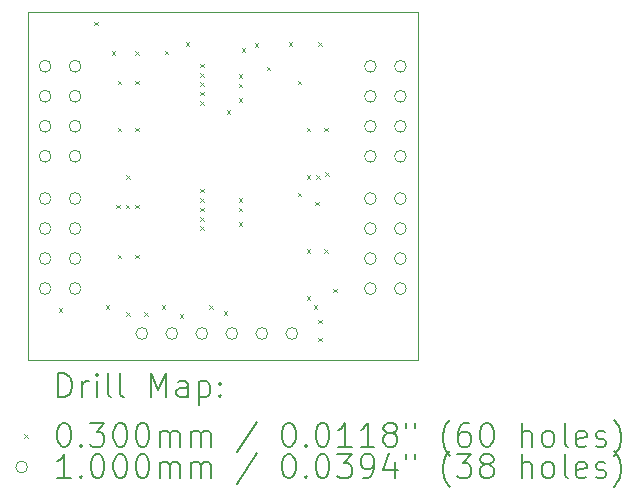
<source format=gbr>
%TF.GenerationSoftware,KiCad,Pcbnew,8.0.3-8.0.3-0~ubuntu22.04.1*%
%TF.CreationDate,2024-07-16T20:39:54+09:00*%
%TF.ProjectId,PCA9685_ver3,50434139-3638-4355-9f76-6572332e6b69,rev?*%
%TF.SameCoordinates,Original*%
%TF.FileFunction,Drillmap*%
%TF.FilePolarity,Positive*%
%FSLAX45Y45*%
G04 Gerber Fmt 4.5, Leading zero omitted, Abs format (unit mm)*
G04 Created by KiCad (PCBNEW 8.0.3-8.0.3-0~ubuntu22.04.1) date 2024-07-16 20:39:54*
%MOMM*%
%LPD*%
G01*
G04 APERTURE LIST*
%ADD10C,0.050000*%
%ADD11C,0.200000*%
%ADD12C,0.100000*%
G04 APERTURE END LIST*
D10*
X13125000Y-6300000D02*
X16425000Y-6300000D01*
X16425000Y-9250000D01*
X13125000Y-9250000D01*
X13125000Y-6300000D01*
D11*
D12*
X13385000Y-8810000D02*
X13415000Y-8840000D01*
X13415000Y-8810000D02*
X13385000Y-8840000D01*
X13685000Y-6385000D02*
X13715000Y-6415000D01*
X13715000Y-6385000D02*
X13685000Y-6415000D01*
X13785000Y-8785000D02*
X13815000Y-8815000D01*
X13815000Y-8785000D02*
X13785000Y-8815000D01*
X13835000Y-6635000D02*
X13865000Y-6665000D01*
X13865000Y-6635000D02*
X13835000Y-6665000D01*
X13874999Y-7935000D02*
X13904999Y-7965000D01*
X13904999Y-7935000D02*
X13874999Y-7965000D01*
X13885000Y-6885000D02*
X13915000Y-6915000D01*
X13915000Y-6885000D02*
X13885000Y-6915000D01*
X13885000Y-7285000D02*
X13915000Y-7315000D01*
X13915000Y-7285000D02*
X13885000Y-7315000D01*
X13885000Y-8360000D02*
X13915000Y-8390000D01*
X13915000Y-8360000D02*
X13885000Y-8390000D01*
X13955000Y-7935000D02*
X13985000Y-7965000D01*
X13985000Y-7935000D02*
X13955000Y-7965000D01*
X13960000Y-7685000D02*
X13990000Y-7715000D01*
X13990000Y-7685000D02*
X13960000Y-7715000D01*
X13960000Y-8845000D02*
X13990000Y-8875000D01*
X13990000Y-8845000D02*
X13960000Y-8875000D01*
X14035000Y-6635000D02*
X14065000Y-6665000D01*
X14065000Y-6635000D02*
X14035000Y-6665000D01*
X14035000Y-6885000D02*
X14065000Y-6915000D01*
X14065000Y-6885000D02*
X14035000Y-6915000D01*
X14035000Y-7285000D02*
X14065000Y-7315000D01*
X14065000Y-7285000D02*
X14035000Y-7315000D01*
X14035000Y-7935000D02*
X14065000Y-7965000D01*
X14065000Y-7935000D02*
X14035000Y-7965000D01*
X14035000Y-8360000D02*
X14065000Y-8390000D01*
X14065000Y-8360000D02*
X14035000Y-8390000D01*
X14110000Y-8845000D02*
X14140000Y-8875000D01*
X14140000Y-8845000D02*
X14110000Y-8875000D01*
X14260000Y-8785000D02*
X14290000Y-8815000D01*
X14290000Y-8785000D02*
X14260000Y-8815000D01*
X14285011Y-6632000D02*
X14315011Y-6662000D01*
X14315011Y-6632000D02*
X14285011Y-6662000D01*
X14410000Y-8860000D02*
X14440000Y-8890000D01*
X14440000Y-8860000D02*
X14410000Y-8890000D01*
X14460000Y-6560000D02*
X14490000Y-6590000D01*
X14490000Y-6560000D02*
X14460000Y-6590000D01*
X14584701Y-7799105D02*
X14614701Y-7829105D01*
X14614701Y-7799105D02*
X14584701Y-7829105D01*
X14584702Y-7879105D02*
X14614702Y-7909105D01*
X14614702Y-7879105D02*
X14584702Y-7909105D01*
X14584963Y-8039104D02*
X14614963Y-8069104D01*
X14614963Y-8039104D02*
X14584963Y-8069104D01*
X14585000Y-6739999D02*
X14615000Y-6769999D01*
X14615000Y-6739999D02*
X14585000Y-6769999D01*
X14585000Y-6819999D02*
X14615000Y-6849999D01*
X14615000Y-6819999D02*
X14585000Y-6849999D01*
X14585000Y-6899999D02*
X14615000Y-6929999D01*
X14615000Y-6899999D02*
X14585000Y-6929999D01*
X14585000Y-6980000D02*
X14615000Y-7010000D01*
X14615000Y-6980000D02*
X14585000Y-7010000D01*
X14585000Y-7060000D02*
X14615000Y-7090000D01*
X14615000Y-7060000D02*
X14585000Y-7090000D01*
X14585005Y-8119105D02*
X14615005Y-8149105D01*
X14615005Y-8119105D02*
X14585005Y-8149105D01*
X14585064Y-7959104D02*
X14615064Y-7989104D01*
X14615064Y-7959104D02*
X14585064Y-7989104D01*
X14660000Y-8785000D02*
X14690000Y-8815000D01*
X14690000Y-8785000D02*
X14660000Y-8815000D01*
X14785000Y-8835000D02*
X14815000Y-8865000D01*
X14815000Y-8835000D02*
X14785000Y-8865000D01*
X14810000Y-7135000D02*
X14840000Y-7165000D01*
X14840000Y-7135000D02*
X14810000Y-7165000D01*
X14910000Y-6830000D02*
X14940000Y-6860000D01*
X14940000Y-6830000D02*
X14910000Y-6860000D01*
X14910000Y-6910000D02*
X14940000Y-6940000D01*
X14940000Y-6910000D02*
X14910000Y-6940000D01*
X14910000Y-7035000D02*
X14940000Y-7065000D01*
X14940000Y-7035000D02*
X14910000Y-7065000D01*
X14910000Y-7880000D02*
X14940000Y-7910000D01*
X14940000Y-7880000D02*
X14910000Y-7910000D01*
X14910000Y-7960000D02*
X14940000Y-7990000D01*
X14940000Y-7960000D02*
X14910000Y-7990000D01*
X14910000Y-8085000D02*
X14940000Y-8115000D01*
X14940000Y-8085000D02*
X14910000Y-8115000D01*
X14935000Y-6610000D02*
X14965000Y-6640000D01*
X14965000Y-6610000D02*
X14935000Y-6640000D01*
X15044189Y-6569889D02*
X15074189Y-6599889D01*
X15074189Y-6569889D02*
X15044189Y-6599889D01*
X15146933Y-6768285D02*
X15176933Y-6798285D01*
X15176933Y-6768285D02*
X15146933Y-6798285D01*
X15335000Y-6560000D02*
X15365000Y-6590000D01*
X15365000Y-6560000D02*
X15335000Y-6590000D01*
X15410000Y-6885000D02*
X15440000Y-6915000D01*
X15440000Y-6885000D02*
X15410000Y-6915000D01*
X15410000Y-7835000D02*
X15440000Y-7865000D01*
X15440000Y-7835000D02*
X15410000Y-7865000D01*
X15485000Y-7285000D02*
X15515000Y-7315000D01*
X15515000Y-7285000D02*
X15485000Y-7315000D01*
X15485000Y-7685000D02*
X15515000Y-7715000D01*
X15515000Y-7685000D02*
X15485000Y-7715000D01*
X15485000Y-8310000D02*
X15515000Y-8340000D01*
X15515000Y-8310000D02*
X15485000Y-8340000D01*
X15485000Y-8710000D02*
X15515000Y-8740000D01*
X15515000Y-8710000D02*
X15485000Y-8740000D01*
X15545000Y-8785000D02*
X15575000Y-8815000D01*
X15575000Y-8785000D02*
X15545000Y-8815000D01*
X15560000Y-7910000D02*
X15590000Y-7940000D01*
X15590000Y-7910000D02*
X15560000Y-7940000D01*
X15565000Y-7685000D02*
X15595000Y-7715000D01*
X15595000Y-7685000D02*
X15565000Y-7715000D01*
X15585000Y-6560000D02*
X15615000Y-6590000D01*
X15615000Y-6560000D02*
X15585000Y-6590000D01*
X15585000Y-8910000D02*
X15615000Y-8940000D01*
X15615000Y-8910000D02*
X15585000Y-8940000D01*
X15585000Y-9060000D02*
X15615000Y-9090000D01*
X15615000Y-9060000D02*
X15585000Y-9090000D01*
X15635000Y-7285000D02*
X15665000Y-7315000D01*
X15665000Y-7285000D02*
X15635000Y-7315000D01*
X15635000Y-8310000D02*
X15665000Y-8340000D01*
X15665000Y-8310000D02*
X15635000Y-8340000D01*
X15640340Y-7658093D02*
X15670340Y-7688093D01*
X15670340Y-7658093D02*
X15640340Y-7688093D01*
X15710000Y-8645000D02*
X15740000Y-8675000D01*
X15740000Y-8645000D02*
X15710000Y-8675000D01*
X13321000Y-6763000D02*
G75*
G02*
X13221000Y-6763000I-50000J0D01*
G01*
X13221000Y-6763000D02*
G75*
G02*
X13321000Y-6763000I50000J0D01*
G01*
X13321000Y-7017000D02*
G75*
G02*
X13221000Y-7017000I-50000J0D01*
G01*
X13221000Y-7017000D02*
G75*
G02*
X13321000Y-7017000I50000J0D01*
G01*
X13321000Y-7271000D02*
G75*
G02*
X13221000Y-7271000I-50000J0D01*
G01*
X13221000Y-7271000D02*
G75*
G02*
X13321000Y-7271000I50000J0D01*
G01*
X13321000Y-7525000D02*
G75*
G02*
X13221000Y-7525000I-50000J0D01*
G01*
X13221000Y-7525000D02*
G75*
G02*
X13321000Y-7525000I50000J0D01*
G01*
X13321000Y-7883000D02*
G75*
G02*
X13221000Y-7883000I-50000J0D01*
G01*
X13221000Y-7883000D02*
G75*
G02*
X13321000Y-7883000I50000J0D01*
G01*
X13321000Y-8137000D02*
G75*
G02*
X13221000Y-8137000I-50000J0D01*
G01*
X13221000Y-8137000D02*
G75*
G02*
X13321000Y-8137000I50000J0D01*
G01*
X13321000Y-8391000D02*
G75*
G02*
X13221000Y-8391000I-50000J0D01*
G01*
X13221000Y-8391000D02*
G75*
G02*
X13321000Y-8391000I50000J0D01*
G01*
X13321000Y-8645000D02*
G75*
G02*
X13221000Y-8645000I-50000J0D01*
G01*
X13221000Y-8645000D02*
G75*
G02*
X13321000Y-8645000I50000J0D01*
G01*
X13575000Y-6763000D02*
G75*
G02*
X13475000Y-6763000I-50000J0D01*
G01*
X13475000Y-6763000D02*
G75*
G02*
X13575000Y-6763000I50000J0D01*
G01*
X13575000Y-7017000D02*
G75*
G02*
X13475000Y-7017000I-50000J0D01*
G01*
X13475000Y-7017000D02*
G75*
G02*
X13575000Y-7017000I50000J0D01*
G01*
X13575000Y-7271000D02*
G75*
G02*
X13475000Y-7271000I-50000J0D01*
G01*
X13475000Y-7271000D02*
G75*
G02*
X13575000Y-7271000I50000J0D01*
G01*
X13575000Y-7525000D02*
G75*
G02*
X13475000Y-7525000I-50000J0D01*
G01*
X13475000Y-7525000D02*
G75*
G02*
X13575000Y-7525000I50000J0D01*
G01*
X13575000Y-7883000D02*
G75*
G02*
X13475000Y-7883000I-50000J0D01*
G01*
X13475000Y-7883000D02*
G75*
G02*
X13575000Y-7883000I50000J0D01*
G01*
X13575000Y-8137000D02*
G75*
G02*
X13475000Y-8137000I-50000J0D01*
G01*
X13475000Y-8137000D02*
G75*
G02*
X13575000Y-8137000I50000J0D01*
G01*
X13575000Y-8391000D02*
G75*
G02*
X13475000Y-8391000I-50000J0D01*
G01*
X13475000Y-8391000D02*
G75*
G02*
X13575000Y-8391000I50000J0D01*
G01*
X13575000Y-8645000D02*
G75*
G02*
X13475000Y-8645000I-50000J0D01*
G01*
X13475000Y-8645000D02*
G75*
G02*
X13575000Y-8645000I50000J0D01*
G01*
X14140000Y-9025000D02*
G75*
G02*
X14040000Y-9025000I-50000J0D01*
G01*
X14040000Y-9025000D02*
G75*
G02*
X14140000Y-9025000I50000J0D01*
G01*
X14394000Y-9025000D02*
G75*
G02*
X14294000Y-9025000I-50000J0D01*
G01*
X14294000Y-9025000D02*
G75*
G02*
X14394000Y-9025000I50000J0D01*
G01*
X14648000Y-9025000D02*
G75*
G02*
X14548000Y-9025000I-50000J0D01*
G01*
X14548000Y-9025000D02*
G75*
G02*
X14648000Y-9025000I50000J0D01*
G01*
X14902000Y-9025000D02*
G75*
G02*
X14802000Y-9025000I-50000J0D01*
G01*
X14802000Y-9025000D02*
G75*
G02*
X14902000Y-9025000I50000J0D01*
G01*
X15156000Y-9025000D02*
G75*
G02*
X15056000Y-9025000I-50000J0D01*
G01*
X15056000Y-9025000D02*
G75*
G02*
X15156000Y-9025000I50000J0D01*
G01*
X15410000Y-9025000D02*
G75*
G02*
X15310000Y-9025000I-50000J0D01*
G01*
X15310000Y-9025000D02*
G75*
G02*
X15410000Y-9025000I50000J0D01*
G01*
X16075000Y-6763000D02*
G75*
G02*
X15975000Y-6763000I-50000J0D01*
G01*
X15975000Y-6763000D02*
G75*
G02*
X16075000Y-6763000I50000J0D01*
G01*
X16075000Y-7017000D02*
G75*
G02*
X15975000Y-7017000I-50000J0D01*
G01*
X15975000Y-7017000D02*
G75*
G02*
X16075000Y-7017000I50000J0D01*
G01*
X16075000Y-7271000D02*
G75*
G02*
X15975000Y-7271000I-50000J0D01*
G01*
X15975000Y-7271000D02*
G75*
G02*
X16075000Y-7271000I50000J0D01*
G01*
X16075000Y-7525000D02*
G75*
G02*
X15975000Y-7525000I-50000J0D01*
G01*
X15975000Y-7525000D02*
G75*
G02*
X16075000Y-7525000I50000J0D01*
G01*
X16075000Y-7883000D02*
G75*
G02*
X15975000Y-7883000I-50000J0D01*
G01*
X15975000Y-7883000D02*
G75*
G02*
X16075000Y-7883000I50000J0D01*
G01*
X16075000Y-8137000D02*
G75*
G02*
X15975000Y-8137000I-50000J0D01*
G01*
X15975000Y-8137000D02*
G75*
G02*
X16075000Y-8137000I50000J0D01*
G01*
X16075000Y-8391000D02*
G75*
G02*
X15975000Y-8391000I-50000J0D01*
G01*
X15975000Y-8391000D02*
G75*
G02*
X16075000Y-8391000I50000J0D01*
G01*
X16075000Y-8645000D02*
G75*
G02*
X15975000Y-8645000I-50000J0D01*
G01*
X15975000Y-8645000D02*
G75*
G02*
X16075000Y-8645000I50000J0D01*
G01*
X16329000Y-6763000D02*
G75*
G02*
X16229000Y-6763000I-50000J0D01*
G01*
X16229000Y-6763000D02*
G75*
G02*
X16329000Y-6763000I50000J0D01*
G01*
X16329000Y-7017000D02*
G75*
G02*
X16229000Y-7017000I-50000J0D01*
G01*
X16229000Y-7017000D02*
G75*
G02*
X16329000Y-7017000I50000J0D01*
G01*
X16329000Y-7271000D02*
G75*
G02*
X16229000Y-7271000I-50000J0D01*
G01*
X16229000Y-7271000D02*
G75*
G02*
X16329000Y-7271000I50000J0D01*
G01*
X16329000Y-7525000D02*
G75*
G02*
X16229000Y-7525000I-50000J0D01*
G01*
X16229000Y-7525000D02*
G75*
G02*
X16329000Y-7525000I50000J0D01*
G01*
X16329000Y-7883000D02*
G75*
G02*
X16229000Y-7883000I-50000J0D01*
G01*
X16229000Y-7883000D02*
G75*
G02*
X16329000Y-7883000I50000J0D01*
G01*
X16329000Y-8137000D02*
G75*
G02*
X16229000Y-8137000I-50000J0D01*
G01*
X16229000Y-8137000D02*
G75*
G02*
X16329000Y-8137000I50000J0D01*
G01*
X16329000Y-8391000D02*
G75*
G02*
X16229000Y-8391000I-50000J0D01*
G01*
X16229000Y-8391000D02*
G75*
G02*
X16329000Y-8391000I50000J0D01*
G01*
X16329000Y-8645000D02*
G75*
G02*
X16229000Y-8645000I-50000J0D01*
G01*
X16229000Y-8645000D02*
G75*
G02*
X16329000Y-8645000I50000J0D01*
G01*
D11*
X13383277Y-9563984D02*
X13383277Y-9363984D01*
X13383277Y-9363984D02*
X13430896Y-9363984D01*
X13430896Y-9363984D02*
X13459467Y-9373508D01*
X13459467Y-9373508D02*
X13478515Y-9392555D01*
X13478515Y-9392555D02*
X13488039Y-9411603D01*
X13488039Y-9411603D02*
X13497562Y-9449698D01*
X13497562Y-9449698D02*
X13497562Y-9478270D01*
X13497562Y-9478270D02*
X13488039Y-9516365D01*
X13488039Y-9516365D02*
X13478515Y-9535412D01*
X13478515Y-9535412D02*
X13459467Y-9554460D01*
X13459467Y-9554460D02*
X13430896Y-9563984D01*
X13430896Y-9563984D02*
X13383277Y-9563984D01*
X13583277Y-9563984D02*
X13583277Y-9430650D01*
X13583277Y-9468746D02*
X13592801Y-9449698D01*
X13592801Y-9449698D02*
X13602324Y-9440174D01*
X13602324Y-9440174D02*
X13621372Y-9430650D01*
X13621372Y-9430650D02*
X13640420Y-9430650D01*
X13707086Y-9563984D02*
X13707086Y-9430650D01*
X13707086Y-9363984D02*
X13697562Y-9373508D01*
X13697562Y-9373508D02*
X13707086Y-9383031D01*
X13707086Y-9383031D02*
X13716610Y-9373508D01*
X13716610Y-9373508D02*
X13707086Y-9363984D01*
X13707086Y-9363984D02*
X13707086Y-9383031D01*
X13830896Y-9563984D02*
X13811848Y-9554460D01*
X13811848Y-9554460D02*
X13802324Y-9535412D01*
X13802324Y-9535412D02*
X13802324Y-9363984D01*
X13935658Y-9563984D02*
X13916610Y-9554460D01*
X13916610Y-9554460D02*
X13907086Y-9535412D01*
X13907086Y-9535412D02*
X13907086Y-9363984D01*
X14164229Y-9563984D02*
X14164229Y-9363984D01*
X14164229Y-9363984D02*
X14230896Y-9506841D01*
X14230896Y-9506841D02*
X14297562Y-9363984D01*
X14297562Y-9363984D02*
X14297562Y-9563984D01*
X14478515Y-9563984D02*
X14478515Y-9459222D01*
X14478515Y-9459222D02*
X14468991Y-9440174D01*
X14468991Y-9440174D02*
X14449943Y-9430650D01*
X14449943Y-9430650D02*
X14411848Y-9430650D01*
X14411848Y-9430650D02*
X14392801Y-9440174D01*
X14478515Y-9554460D02*
X14459467Y-9563984D01*
X14459467Y-9563984D02*
X14411848Y-9563984D01*
X14411848Y-9563984D02*
X14392801Y-9554460D01*
X14392801Y-9554460D02*
X14383277Y-9535412D01*
X14383277Y-9535412D02*
X14383277Y-9516365D01*
X14383277Y-9516365D02*
X14392801Y-9497317D01*
X14392801Y-9497317D02*
X14411848Y-9487793D01*
X14411848Y-9487793D02*
X14459467Y-9487793D01*
X14459467Y-9487793D02*
X14478515Y-9478270D01*
X14573753Y-9430650D02*
X14573753Y-9630650D01*
X14573753Y-9440174D02*
X14592801Y-9430650D01*
X14592801Y-9430650D02*
X14630896Y-9430650D01*
X14630896Y-9430650D02*
X14649943Y-9440174D01*
X14649943Y-9440174D02*
X14659467Y-9449698D01*
X14659467Y-9449698D02*
X14668991Y-9468746D01*
X14668991Y-9468746D02*
X14668991Y-9525889D01*
X14668991Y-9525889D02*
X14659467Y-9544936D01*
X14659467Y-9544936D02*
X14649943Y-9554460D01*
X14649943Y-9554460D02*
X14630896Y-9563984D01*
X14630896Y-9563984D02*
X14592801Y-9563984D01*
X14592801Y-9563984D02*
X14573753Y-9554460D01*
X14754705Y-9544936D02*
X14764229Y-9554460D01*
X14764229Y-9554460D02*
X14754705Y-9563984D01*
X14754705Y-9563984D02*
X14745182Y-9554460D01*
X14745182Y-9554460D02*
X14754705Y-9544936D01*
X14754705Y-9544936D02*
X14754705Y-9563984D01*
X14754705Y-9440174D02*
X14764229Y-9449698D01*
X14764229Y-9449698D02*
X14754705Y-9459222D01*
X14754705Y-9459222D02*
X14745182Y-9449698D01*
X14745182Y-9449698D02*
X14754705Y-9440174D01*
X14754705Y-9440174D02*
X14754705Y-9459222D01*
D12*
X13092500Y-9877500D02*
X13122500Y-9907500D01*
X13122500Y-9877500D02*
X13092500Y-9907500D01*
D11*
X13421372Y-9783984D02*
X13440420Y-9783984D01*
X13440420Y-9783984D02*
X13459467Y-9793508D01*
X13459467Y-9793508D02*
X13468991Y-9803031D01*
X13468991Y-9803031D02*
X13478515Y-9822079D01*
X13478515Y-9822079D02*
X13488039Y-9860174D01*
X13488039Y-9860174D02*
X13488039Y-9907793D01*
X13488039Y-9907793D02*
X13478515Y-9945889D01*
X13478515Y-9945889D02*
X13468991Y-9964936D01*
X13468991Y-9964936D02*
X13459467Y-9974460D01*
X13459467Y-9974460D02*
X13440420Y-9983984D01*
X13440420Y-9983984D02*
X13421372Y-9983984D01*
X13421372Y-9983984D02*
X13402324Y-9974460D01*
X13402324Y-9974460D02*
X13392801Y-9964936D01*
X13392801Y-9964936D02*
X13383277Y-9945889D01*
X13383277Y-9945889D02*
X13373753Y-9907793D01*
X13373753Y-9907793D02*
X13373753Y-9860174D01*
X13373753Y-9860174D02*
X13383277Y-9822079D01*
X13383277Y-9822079D02*
X13392801Y-9803031D01*
X13392801Y-9803031D02*
X13402324Y-9793508D01*
X13402324Y-9793508D02*
X13421372Y-9783984D01*
X13573753Y-9964936D02*
X13583277Y-9974460D01*
X13583277Y-9974460D02*
X13573753Y-9983984D01*
X13573753Y-9983984D02*
X13564229Y-9974460D01*
X13564229Y-9974460D02*
X13573753Y-9964936D01*
X13573753Y-9964936D02*
X13573753Y-9983984D01*
X13649943Y-9783984D02*
X13773753Y-9783984D01*
X13773753Y-9783984D02*
X13707086Y-9860174D01*
X13707086Y-9860174D02*
X13735658Y-9860174D01*
X13735658Y-9860174D02*
X13754705Y-9869698D01*
X13754705Y-9869698D02*
X13764229Y-9879222D01*
X13764229Y-9879222D02*
X13773753Y-9898270D01*
X13773753Y-9898270D02*
X13773753Y-9945889D01*
X13773753Y-9945889D02*
X13764229Y-9964936D01*
X13764229Y-9964936D02*
X13754705Y-9974460D01*
X13754705Y-9974460D02*
X13735658Y-9983984D01*
X13735658Y-9983984D02*
X13678515Y-9983984D01*
X13678515Y-9983984D02*
X13659467Y-9974460D01*
X13659467Y-9974460D02*
X13649943Y-9964936D01*
X13897562Y-9783984D02*
X13916610Y-9783984D01*
X13916610Y-9783984D02*
X13935658Y-9793508D01*
X13935658Y-9793508D02*
X13945182Y-9803031D01*
X13945182Y-9803031D02*
X13954705Y-9822079D01*
X13954705Y-9822079D02*
X13964229Y-9860174D01*
X13964229Y-9860174D02*
X13964229Y-9907793D01*
X13964229Y-9907793D02*
X13954705Y-9945889D01*
X13954705Y-9945889D02*
X13945182Y-9964936D01*
X13945182Y-9964936D02*
X13935658Y-9974460D01*
X13935658Y-9974460D02*
X13916610Y-9983984D01*
X13916610Y-9983984D02*
X13897562Y-9983984D01*
X13897562Y-9983984D02*
X13878515Y-9974460D01*
X13878515Y-9974460D02*
X13868991Y-9964936D01*
X13868991Y-9964936D02*
X13859467Y-9945889D01*
X13859467Y-9945889D02*
X13849943Y-9907793D01*
X13849943Y-9907793D02*
X13849943Y-9860174D01*
X13849943Y-9860174D02*
X13859467Y-9822079D01*
X13859467Y-9822079D02*
X13868991Y-9803031D01*
X13868991Y-9803031D02*
X13878515Y-9793508D01*
X13878515Y-9793508D02*
X13897562Y-9783984D01*
X14088039Y-9783984D02*
X14107086Y-9783984D01*
X14107086Y-9783984D02*
X14126134Y-9793508D01*
X14126134Y-9793508D02*
X14135658Y-9803031D01*
X14135658Y-9803031D02*
X14145182Y-9822079D01*
X14145182Y-9822079D02*
X14154705Y-9860174D01*
X14154705Y-9860174D02*
X14154705Y-9907793D01*
X14154705Y-9907793D02*
X14145182Y-9945889D01*
X14145182Y-9945889D02*
X14135658Y-9964936D01*
X14135658Y-9964936D02*
X14126134Y-9974460D01*
X14126134Y-9974460D02*
X14107086Y-9983984D01*
X14107086Y-9983984D02*
X14088039Y-9983984D01*
X14088039Y-9983984D02*
X14068991Y-9974460D01*
X14068991Y-9974460D02*
X14059467Y-9964936D01*
X14059467Y-9964936D02*
X14049943Y-9945889D01*
X14049943Y-9945889D02*
X14040420Y-9907793D01*
X14040420Y-9907793D02*
X14040420Y-9860174D01*
X14040420Y-9860174D02*
X14049943Y-9822079D01*
X14049943Y-9822079D02*
X14059467Y-9803031D01*
X14059467Y-9803031D02*
X14068991Y-9793508D01*
X14068991Y-9793508D02*
X14088039Y-9783984D01*
X14240420Y-9983984D02*
X14240420Y-9850650D01*
X14240420Y-9869698D02*
X14249943Y-9860174D01*
X14249943Y-9860174D02*
X14268991Y-9850650D01*
X14268991Y-9850650D02*
X14297563Y-9850650D01*
X14297563Y-9850650D02*
X14316610Y-9860174D01*
X14316610Y-9860174D02*
X14326134Y-9879222D01*
X14326134Y-9879222D02*
X14326134Y-9983984D01*
X14326134Y-9879222D02*
X14335658Y-9860174D01*
X14335658Y-9860174D02*
X14354705Y-9850650D01*
X14354705Y-9850650D02*
X14383277Y-9850650D01*
X14383277Y-9850650D02*
X14402324Y-9860174D01*
X14402324Y-9860174D02*
X14411848Y-9879222D01*
X14411848Y-9879222D02*
X14411848Y-9983984D01*
X14507086Y-9983984D02*
X14507086Y-9850650D01*
X14507086Y-9869698D02*
X14516610Y-9860174D01*
X14516610Y-9860174D02*
X14535658Y-9850650D01*
X14535658Y-9850650D02*
X14564229Y-9850650D01*
X14564229Y-9850650D02*
X14583277Y-9860174D01*
X14583277Y-9860174D02*
X14592801Y-9879222D01*
X14592801Y-9879222D02*
X14592801Y-9983984D01*
X14592801Y-9879222D02*
X14602324Y-9860174D01*
X14602324Y-9860174D02*
X14621372Y-9850650D01*
X14621372Y-9850650D02*
X14649943Y-9850650D01*
X14649943Y-9850650D02*
X14668991Y-9860174D01*
X14668991Y-9860174D02*
X14678515Y-9879222D01*
X14678515Y-9879222D02*
X14678515Y-9983984D01*
X15068991Y-9774460D02*
X14897563Y-10031603D01*
X15326134Y-9783984D02*
X15345182Y-9783984D01*
X15345182Y-9783984D02*
X15364229Y-9793508D01*
X15364229Y-9793508D02*
X15373753Y-9803031D01*
X15373753Y-9803031D02*
X15383277Y-9822079D01*
X15383277Y-9822079D02*
X15392801Y-9860174D01*
X15392801Y-9860174D02*
X15392801Y-9907793D01*
X15392801Y-9907793D02*
X15383277Y-9945889D01*
X15383277Y-9945889D02*
X15373753Y-9964936D01*
X15373753Y-9964936D02*
X15364229Y-9974460D01*
X15364229Y-9974460D02*
X15345182Y-9983984D01*
X15345182Y-9983984D02*
X15326134Y-9983984D01*
X15326134Y-9983984D02*
X15307086Y-9974460D01*
X15307086Y-9974460D02*
X15297563Y-9964936D01*
X15297563Y-9964936D02*
X15288039Y-9945889D01*
X15288039Y-9945889D02*
X15278515Y-9907793D01*
X15278515Y-9907793D02*
X15278515Y-9860174D01*
X15278515Y-9860174D02*
X15288039Y-9822079D01*
X15288039Y-9822079D02*
X15297563Y-9803031D01*
X15297563Y-9803031D02*
X15307086Y-9793508D01*
X15307086Y-9793508D02*
X15326134Y-9783984D01*
X15478515Y-9964936D02*
X15488039Y-9974460D01*
X15488039Y-9974460D02*
X15478515Y-9983984D01*
X15478515Y-9983984D02*
X15468991Y-9974460D01*
X15468991Y-9974460D02*
X15478515Y-9964936D01*
X15478515Y-9964936D02*
X15478515Y-9983984D01*
X15611848Y-9783984D02*
X15630896Y-9783984D01*
X15630896Y-9783984D02*
X15649944Y-9793508D01*
X15649944Y-9793508D02*
X15659467Y-9803031D01*
X15659467Y-9803031D02*
X15668991Y-9822079D01*
X15668991Y-9822079D02*
X15678515Y-9860174D01*
X15678515Y-9860174D02*
X15678515Y-9907793D01*
X15678515Y-9907793D02*
X15668991Y-9945889D01*
X15668991Y-9945889D02*
X15659467Y-9964936D01*
X15659467Y-9964936D02*
X15649944Y-9974460D01*
X15649944Y-9974460D02*
X15630896Y-9983984D01*
X15630896Y-9983984D02*
X15611848Y-9983984D01*
X15611848Y-9983984D02*
X15592801Y-9974460D01*
X15592801Y-9974460D02*
X15583277Y-9964936D01*
X15583277Y-9964936D02*
X15573753Y-9945889D01*
X15573753Y-9945889D02*
X15564229Y-9907793D01*
X15564229Y-9907793D02*
X15564229Y-9860174D01*
X15564229Y-9860174D02*
X15573753Y-9822079D01*
X15573753Y-9822079D02*
X15583277Y-9803031D01*
X15583277Y-9803031D02*
X15592801Y-9793508D01*
X15592801Y-9793508D02*
X15611848Y-9783984D01*
X15868991Y-9983984D02*
X15754706Y-9983984D01*
X15811848Y-9983984D02*
X15811848Y-9783984D01*
X15811848Y-9783984D02*
X15792801Y-9812555D01*
X15792801Y-9812555D02*
X15773753Y-9831603D01*
X15773753Y-9831603D02*
X15754706Y-9841127D01*
X16059467Y-9983984D02*
X15945182Y-9983984D01*
X16002325Y-9983984D02*
X16002325Y-9783984D01*
X16002325Y-9783984D02*
X15983277Y-9812555D01*
X15983277Y-9812555D02*
X15964229Y-9831603D01*
X15964229Y-9831603D02*
X15945182Y-9841127D01*
X16173753Y-9869698D02*
X16154706Y-9860174D01*
X16154706Y-9860174D02*
X16145182Y-9850650D01*
X16145182Y-9850650D02*
X16135658Y-9831603D01*
X16135658Y-9831603D02*
X16135658Y-9822079D01*
X16135658Y-9822079D02*
X16145182Y-9803031D01*
X16145182Y-9803031D02*
X16154706Y-9793508D01*
X16154706Y-9793508D02*
X16173753Y-9783984D01*
X16173753Y-9783984D02*
X16211848Y-9783984D01*
X16211848Y-9783984D02*
X16230896Y-9793508D01*
X16230896Y-9793508D02*
X16240420Y-9803031D01*
X16240420Y-9803031D02*
X16249944Y-9822079D01*
X16249944Y-9822079D02*
X16249944Y-9831603D01*
X16249944Y-9831603D02*
X16240420Y-9850650D01*
X16240420Y-9850650D02*
X16230896Y-9860174D01*
X16230896Y-9860174D02*
X16211848Y-9869698D01*
X16211848Y-9869698D02*
X16173753Y-9869698D01*
X16173753Y-9869698D02*
X16154706Y-9879222D01*
X16154706Y-9879222D02*
X16145182Y-9888746D01*
X16145182Y-9888746D02*
X16135658Y-9907793D01*
X16135658Y-9907793D02*
X16135658Y-9945889D01*
X16135658Y-9945889D02*
X16145182Y-9964936D01*
X16145182Y-9964936D02*
X16154706Y-9974460D01*
X16154706Y-9974460D02*
X16173753Y-9983984D01*
X16173753Y-9983984D02*
X16211848Y-9983984D01*
X16211848Y-9983984D02*
X16230896Y-9974460D01*
X16230896Y-9974460D02*
X16240420Y-9964936D01*
X16240420Y-9964936D02*
X16249944Y-9945889D01*
X16249944Y-9945889D02*
X16249944Y-9907793D01*
X16249944Y-9907793D02*
X16240420Y-9888746D01*
X16240420Y-9888746D02*
X16230896Y-9879222D01*
X16230896Y-9879222D02*
X16211848Y-9869698D01*
X16326134Y-9783984D02*
X16326134Y-9822079D01*
X16402325Y-9783984D02*
X16402325Y-9822079D01*
X16697563Y-10060174D02*
X16688039Y-10050650D01*
X16688039Y-10050650D02*
X16668991Y-10022079D01*
X16668991Y-10022079D02*
X16659468Y-10003031D01*
X16659468Y-10003031D02*
X16649944Y-9974460D01*
X16649944Y-9974460D02*
X16640420Y-9926841D01*
X16640420Y-9926841D02*
X16640420Y-9888746D01*
X16640420Y-9888746D02*
X16649944Y-9841127D01*
X16649944Y-9841127D02*
X16659468Y-9812555D01*
X16659468Y-9812555D02*
X16668991Y-9793508D01*
X16668991Y-9793508D02*
X16688039Y-9764936D01*
X16688039Y-9764936D02*
X16697563Y-9755412D01*
X16859468Y-9783984D02*
X16821372Y-9783984D01*
X16821372Y-9783984D02*
X16802325Y-9793508D01*
X16802325Y-9793508D02*
X16792801Y-9803031D01*
X16792801Y-9803031D02*
X16773753Y-9831603D01*
X16773753Y-9831603D02*
X16764229Y-9869698D01*
X16764229Y-9869698D02*
X16764229Y-9945889D01*
X16764229Y-9945889D02*
X16773753Y-9964936D01*
X16773753Y-9964936D02*
X16783277Y-9974460D01*
X16783277Y-9974460D02*
X16802325Y-9983984D01*
X16802325Y-9983984D02*
X16840420Y-9983984D01*
X16840420Y-9983984D02*
X16859468Y-9974460D01*
X16859468Y-9974460D02*
X16868991Y-9964936D01*
X16868991Y-9964936D02*
X16878515Y-9945889D01*
X16878515Y-9945889D02*
X16878515Y-9898270D01*
X16878515Y-9898270D02*
X16868991Y-9879222D01*
X16868991Y-9879222D02*
X16859468Y-9869698D01*
X16859468Y-9869698D02*
X16840420Y-9860174D01*
X16840420Y-9860174D02*
X16802325Y-9860174D01*
X16802325Y-9860174D02*
X16783277Y-9869698D01*
X16783277Y-9869698D02*
X16773753Y-9879222D01*
X16773753Y-9879222D02*
X16764229Y-9898270D01*
X17002325Y-9783984D02*
X17021372Y-9783984D01*
X17021372Y-9783984D02*
X17040420Y-9793508D01*
X17040420Y-9793508D02*
X17049944Y-9803031D01*
X17049944Y-9803031D02*
X17059468Y-9822079D01*
X17059468Y-9822079D02*
X17068991Y-9860174D01*
X17068991Y-9860174D02*
X17068991Y-9907793D01*
X17068991Y-9907793D02*
X17059468Y-9945889D01*
X17059468Y-9945889D02*
X17049944Y-9964936D01*
X17049944Y-9964936D02*
X17040420Y-9974460D01*
X17040420Y-9974460D02*
X17021372Y-9983984D01*
X17021372Y-9983984D02*
X17002325Y-9983984D01*
X17002325Y-9983984D02*
X16983277Y-9974460D01*
X16983277Y-9974460D02*
X16973753Y-9964936D01*
X16973753Y-9964936D02*
X16964230Y-9945889D01*
X16964230Y-9945889D02*
X16954706Y-9907793D01*
X16954706Y-9907793D02*
X16954706Y-9860174D01*
X16954706Y-9860174D02*
X16964230Y-9822079D01*
X16964230Y-9822079D02*
X16973753Y-9803031D01*
X16973753Y-9803031D02*
X16983277Y-9793508D01*
X16983277Y-9793508D02*
X17002325Y-9783984D01*
X17307087Y-9983984D02*
X17307087Y-9783984D01*
X17392801Y-9983984D02*
X17392801Y-9879222D01*
X17392801Y-9879222D02*
X17383277Y-9860174D01*
X17383277Y-9860174D02*
X17364230Y-9850650D01*
X17364230Y-9850650D02*
X17335658Y-9850650D01*
X17335658Y-9850650D02*
X17316611Y-9860174D01*
X17316611Y-9860174D02*
X17307087Y-9869698D01*
X17516611Y-9983984D02*
X17497563Y-9974460D01*
X17497563Y-9974460D02*
X17488039Y-9964936D01*
X17488039Y-9964936D02*
X17478515Y-9945889D01*
X17478515Y-9945889D02*
X17478515Y-9888746D01*
X17478515Y-9888746D02*
X17488039Y-9869698D01*
X17488039Y-9869698D02*
X17497563Y-9860174D01*
X17497563Y-9860174D02*
X17516611Y-9850650D01*
X17516611Y-9850650D02*
X17545182Y-9850650D01*
X17545182Y-9850650D02*
X17564230Y-9860174D01*
X17564230Y-9860174D02*
X17573753Y-9869698D01*
X17573753Y-9869698D02*
X17583277Y-9888746D01*
X17583277Y-9888746D02*
X17583277Y-9945889D01*
X17583277Y-9945889D02*
X17573753Y-9964936D01*
X17573753Y-9964936D02*
X17564230Y-9974460D01*
X17564230Y-9974460D02*
X17545182Y-9983984D01*
X17545182Y-9983984D02*
X17516611Y-9983984D01*
X17697563Y-9983984D02*
X17678515Y-9974460D01*
X17678515Y-9974460D02*
X17668992Y-9955412D01*
X17668992Y-9955412D02*
X17668992Y-9783984D01*
X17849944Y-9974460D02*
X17830896Y-9983984D01*
X17830896Y-9983984D02*
X17792801Y-9983984D01*
X17792801Y-9983984D02*
X17773753Y-9974460D01*
X17773753Y-9974460D02*
X17764230Y-9955412D01*
X17764230Y-9955412D02*
X17764230Y-9879222D01*
X17764230Y-9879222D02*
X17773753Y-9860174D01*
X17773753Y-9860174D02*
X17792801Y-9850650D01*
X17792801Y-9850650D02*
X17830896Y-9850650D01*
X17830896Y-9850650D02*
X17849944Y-9860174D01*
X17849944Y-9860174D02*
X17859468Y-9879222D01*
X17859468Y-9879222D02*
X17859468Y-9898270D01*
X17859468Y-9898270D02*
X17764230Y-9917317D01*
X17935658Y-9974460D02*
X17954706Y-9983984D01*
X17954706Y-9983984D02*
X17992801Y-9983984D01*
X17992801Y-9983984D02*
X18011849Y-9974460D01*
X18011849Y-9974460D02*
X18021373Y-9955412D01*
X18021373Y-9955412D02*
X18021373Y-9945889D01*
X18021373Y-9945889D02*
X18011849Y-9926841D01*
X18011849Y-9926841D02*
X17992801Y-9917317D01*
X17992801Y-9917317D02*
X17964230Y-9917317D01*
X17964230Y-9917317D02*
X17945182Y-9907793D01*
X17945182Y-9907793D02*
X17935658Y-9888746D01*
X17935658Y-9888746D02*
X17935658Y-9879222D01*
X17935658Y-9879222D02*
X17945182Y-9860174D01*
X17945182Y-9860174D02*
X17964230Y-9850650D01*
X17964230Y-9850650D02*
X17992801Y-9850650D01*
X17992801Y-9850650D02*
X18011849Y-9860174D01*
X18088039Y-10060174D02*
X18097563Y-10050650D01*
X18097563Y-10050650D02*
X18116611Y-10022079D01*
X18116611Y-10022079D02*
X18126134Y-10003031D01*
X18126134Y-10003031D02*
X18135658Y-9974460D01*
X18135658Y-9974460D02*
X18145182Y-9926841D01*
X18145182Y-9926841D02*
X18145182Y-9888746D01*
X18145182Y-9888746D02*
X18135658Y-9841127D01*
X18135658Y-9841127D02*
X18126134Y-9812555D01*
X18126134Y-9812555D02*
X18116611Y-9793508D01*
X18116611Y-9793508D02*
X18097563Y-9764936D01*
X18097563Y-9764936D02*
X18088039Y-9755412D01*
D12*
X13122500Y-10156500D02*
G75*
G02*
X13022500Y-10156500I-50000J0D01*
G01*
X13022500Y-10156500D02*
G75*
G02*
X13122500Y-10156500I50000J0D01*
G01*
D11*
X13488039Y-10247984D02*
X13373753Y-10247984D01*
X13430896Y-10247984D02*
X13430896Y-10047984D01*
X13430896Y-10047984D02*
X13411848Y-10076555D01*
X13411848Y-10076555D02*
X13392801Y-10095603D01*
X13392801Y-10095603D02*
X13373753Y-10105127D01*
X13573753Y-10228936D02*
X13583277Y-10238460D01*
X13583277Y-10238460D02*
X13573753Y-10247984D01*
X13573753Y-10247984D02*
X13564229Y-10238460D01*
X13564229Y-10238460D02*
X13573753Y-10228936D01*
X13573753Y-10228936D02*
X13573753Y-10247984D01*
X13707086Y-10047984D02*
X13726134Y-10047984D01*
X13726134Y-10047984D02*
X13745182Y-10057508D01*
X13745182Y-10057508D02*
X13754705Y-10067031D01*
X13754705Y-10067031D02*
X13764229Y-10086079D01*
X13764229Y-10086079D02*
X13773753Y-10124174D01*
X13773753Y-10124174D02*
X13773753Y-10171793D01*
X13773753Y-10171793D02*
X13764229Y-10209889D01*
X13764229Y-10209889D02*
X13754705Y-10228936D01*
X13754705Y-10228936D02*
X13745182Y-10238460D01*
X13745182Y-10238460D02*
X13726134Y-10247984D01*
X13726134Y-10247984D02*
X13707086Y-10247984D01*
X13707086Y-10247984D02*
X13688039Y-10238460D01*
X13688039Y-10238460D02*
X13678515Y-10228936D01*
X13678515Y-10228936D02*
X13668991Y-10209889D01*
X13668991Y-10209889D02*
X13659467Y-10171793D01*
X13659467Y-10171793D02*
X13659467Y-10124174D01*
X13659467Y-10124174D02*
X13668991Y-10086079D01*
X13668991Y-10086079D02*
X13678515Y-10067031D01*
X13678515Y-10067031D02*
X13688039Y-10057508D01*
X13688039Y-10057508D02*
X13707086Y-10047984D01*
X13897562Y-10047984D02*
X13916610Y-10047984D01*
X13916610Y-10047984D02*
X13935658Y-10057508D01*
X13935658Y-10057508D02*
X13945182Y-10067031D01*
X13945182Y-10067031D02*
X13954705Y-10086079D01*
X13954705Y-10086079D02*
X13964229Y-10124174D01*
X13964229Y-10124174D02*
X13964229Y-10171793D01*
X13964229Y-10171793D02*
X13954705Y-10209889D01*
X13954705Y-10209889D02*
X13945182Y-10228936D01*
X13945182Y-10228936D02*
X13935658Y-10238460D01*
X13935658Y-10238460D02*
X13916610Y-10247984D01*
X13916610Y-10247984D02*
X13897562Y-10247984D01*
X13897562Y-10247984D02*
X13878515Y-10238460D01*
X13878515Y-10238460D02*
X13868991Y-10228936D01*
X13868991Y-10228936D02*
X13859467Y-10209889D01*
X13859467Y-10209889D02*
X13849943Y-10171793D01*
X13849943Y-10171793D02*
X13849943Y-10124174D01*
X13849943Y-10124174D02*
X13859467Y-10086079D01*
X13859467Y-10086079D02*
X13868991Y-10067031D01*
X13868991Y-10067031D02*
X13878515Y-10057508D01*
X13878515Y-10057508D02*
X13897562Y-10047984D01*
X14088039Y-10047984D02*
X14107086Y-10047984D01*
X14107086Y-10047984D02*
X14126134Y-10057508D01*
X14126134Y-10057508D02*
X14135658Y-10067031D01*
X14135658Y-10067031D02*
X14145182Y-10086079D01*
X14145182Y-10086079D02*
X14154705Y-10124174D01*
X14154705Y-10124174D02*
X14154705Y-10171793D01*
X14154705Y-10171793D02*
X14145182Y-10209889D01*
X14145182Y-10209889D02*
X14135658Y-10228936D01*
X14135658Y-10228936D02*
X14126134Y-10238460D01*
X14126134Y-10238460D02*
X14107086Y-10247984D01*
X14107086Y-10247984D02*
X14088039Y-10247984D01*
X14088039Y-10247984D02*
X14068991Y-10238460D01*
X14068991Y-10238460D02*
X14059467Y-10228936D01*
X14059467Y-10228936D02*
X14049943Y-10209889D01*
X14049943Y-10209889D02*
X14040420Y-10171793D01*
X14040420Y-10171793D02*
X14040420Y-10124174D01*
X14040420Y-10124174D02*
X14049943Y-10086079D01*
X14049943Y-10086079D02*
X14059467Y-10067031D01*
X14059467Y-10067031D02*
X14068991Y-10057508D01*
X14068991Y-10057508D02*
X14088039Y-10047984D01*
X14240420Y-10247984D02*
X14240420Y-10114650D01*
X14240420Y-10133698D02*
X14249943Y-10124174D01*
X14249943Y-10124174D02*
X14268991Y-10114650D01*
X14268991Y-10114650D02*
X14297563Y-10114650D01*
X14297563Y-10114650D02*
X14316610Y-10124174D01*
X14316610Y-10124174D02*
X14326134Y-10143222D01*
X14326134Y-10143222D02*
X14326134Y-10247984D01*
X14326134Y-10143222D02*
X14335658Y-10124174D01*
X14335658Y-10124174D02*
X14354705Y-10114650D01*
X14354705Y-10114650D02*
X14383277Y-10114650D01*
X14383277Y-10114650D02*
X14402324Y-10124174D01*
X14402324Y-10124174D02*
X14411848Y-10143222D01*
X14411848Y-10143222D02*
X14411848Y-10247984D01*
X14507086Y-10247984D02*
X14507086Y-10114650D01*
X14507086Y-10133698D02*
X14516610Y-10124174D01*
X14516610Y-10124174D02*
X14535658Y-10114650D01*
X14535658Y-10114650D02*
X14564229Y-10114650D01*
X14564229Y-10114650D02*
X14583277Y-10124174D01*
X14583277Y-10124174D02*
X14592801Y-10143222D01*
X14592801Y-10143222D02*
X14592801Y-10247984D01*
X14592801Y-10143222D02*
X14602324Y-10124174D01*
X14602324Y-10124174D02*
X14621372Y-10114650D01*
X14621372Y-10114650D02*
X14649943Y-10114650D01*
X14649943Y-10114650D02*
X14668991Y-10124174D01*
X14668991Y-10124174D02*
X14678515Y-10143222D01*
X14678515Y-10143222D02*
X14678515Y-10247984D01*
X15068991Y-10038460D02*
X14897563Y-10295603D01*
X15326134Y-10047984D02*
X15345182Y-10047984D01*
X15345182Y-10047984D02*
X15364229Y-10057508D01*
X15364229Y-10057508D02*
X15373753Y-10067031D01*
X15373753Y-10067031D02*
X15383277Y-10086079D01*
X15383277Y-10086079D02*
X15392801Y-10124174D01*
X15392801Y-10124174D02*
X15392801Y-10171793D01*
X15392801Y-10171793D02*
X15383277Y-10209889D01*
X15383277Y-10209889D02*
X15373753Y-10228936D01*
X15373753Y-10228936D02*
X15364229Y-10238460D01*
X15364229Y-10238460D02*
X15345182Y-10247984D01*
X15345182Y-10247984D02*
X15326134Y-10247984D01*
X15326134Y-10247984D02*
X15307086Y-10238460D01*
X15307086Y-10238460D02*
X15297563Y-10228936D01*
X15297563Y-10228936D02*
X15288039Y-10209889D01*
X15288039Y-10209889D02*
X15278515Y-10171793D01*
X15278515Y-10171793D02*
X15278515Y-10124174D01*
X15278515Y-10124174D02*
X15288039Y-10086079D01*
X15288039Y-10086079D02*
X15297563Y-10067031D01*
X15297563Y-10067031D02*
X15307086Y-10057508D01*
X15307086Y-10057508D02*
X15326134Y-10047984D01*
X15478515Y-10228936D02*
X15488039Y-10238460D01*
X15488039Y-10238460D02*
X15478515Y-10247984D01*
X15478515Y-10247984D02*
X15468991Y-10238460D01*
X15468991Y-10238460D02*
X15478515Y-10228936D01*
X15478515Y-10228936D02*
X15478515Y-10247984D01*
X15611848Y-10047984D02*
X15630896Y-10047984D01*
X15630896Y-10047984D02*
X15649944Y-10057508D01*
X15649944Y-10057508D02*
X15659467Y-10067031D01*
X15659467Y-10067031D02*
X15668991Y-10086079D01*
X15668991Y-10086079D02*
X15678515Y-10124174D01*
X15678515Y-10124174D02*
X15678515Y-10171793D01*
X15678515Y-10171793D02*
X15668991Y-10209889D01*
X15668991Y-10209889D02*
X15659467Y-10228936D01*
X15659467Y-10228936D02*
X15649944Y-10238460D01*
X15649944Y-10238460D02*
X15630896Y-10247984D01*
X15630896Y-10247984D02*
X15611848Y-10247984D01*
X15611848Y-10247984D02*
X15592801Y-10238460D01*
X15592801Y-10238460D02*
X15583277Y-10228936D01*
X15583277Y-10228936D02*
X15573753Y-10209889D01*
X15573753Y-10209889D02*
X15564229Y-10171793D01*
X15564229Y-10171793D02*
X15564229Y-10124174D01*
X15564229Y-10124174D02*
X15573753Y-10086079D01*
X15573753Y-10086079D02*
X15583277Y-10067031D01*
X15583277Y-10067031D02*
X15592801Y-10057508D01*
X15592801Y-10057508D02*
X15611848Y-10047984D01*
X15745182Y-10047984D02*
X15868991Y-10047984D01*
X15868991Y-10047984D02*
X15802325Y-10124174D01*
X15802325Y-10124174D02*
X15830896Y-10124174D01*
X15830896Y-10124174D02*
X15849944Y-10133698D01*
X15849944Y-10133698D02*
X15859467Y-10143222D01*
X15859467Y-10143222D02*
X15868991Y-10162270D01*
X15868991Y-10162270D02*
X15868991Y-10209889D01*
X15868991Y-10209889D02*
X15859467Y-10228936D01*
X15859467Y-10228936D02*
X15849944Y-10238460D01*
X15849944Y-10238460D02*
X15830896Y-10247984D01*
X15830896Y-10247984D02*
X15773753Y-10247984D01*
X15773753Y-10247984D02*
X15754706Y-10238460D01*
X15754706Y-10238460D02*
X15745182Y-10228936D01*
X15964229Y-10247984D02*
X16002325Y-10247984D01*
X16002325Y-10247984D02*
X16021372Y-10238460D01*
X16021372Y-10238460D02*
X16030896Y-10228936D01*
X16030896Y-10228936D02*
X16049944Y-10200365D01*
X16049944Y-10200365D02*
X16059467Y-10162270D01*
X16059467Y-10162270D02*
X16059467Y-10086079D01*
X16059467Y-10086079D02*
X16049944Y-10067031D01*
X16049944Y-10067031D02*
X16040420Y-10057508D01*
X16040420Y-10057508D02*
X16021372Y-10047984D01*
X16021372Y-10047984D02*
X15983277Y-10047984D01*
X15983277Y-10047984D02*
X15964229Y-10057508D01*
X15964229Y-10057508D02*
X15954706Y-10067031D01*
X15954706Y-10067031D02*
X15945182Y-10086079D01*
X15945182Y-10086079D02*
X15945182Y-10133698D01*
X15945182Y-10133698D02*
X15954706Y-10152746D01*
X15954706Y-10152746D02*
X15964229Y-10162270D01*
X15964229Y-10162270D02*
X15983277Y-10171793D01*
X15983277Y-10171793D02*
X16021372Y-10171793D01*
X16021372Y-10171793D02*
X16040420Y-10162270D01*
X16040420Y-10162270D02*
X16049944Y-10152746D01*
X16049944Y-10152746D02*
X16059467Y-10133698D01*
X16230896Y-10114650D02*
X16230896Y-10247984D01*
X16183277Y-10038460D02*
X16135658Y-10181317D01*
X16135658Y-10181317D02*
X16259467Y-10181317D01*
X16326134Y-10047984D02*
X16326134Y-10086079D01*
X16402325Y-10047984D02*
X16402325Y-10086079D01*
X16697563Y-10324174D02*
X16688039Y-10314650D01*
X16688039Y-10314650D02*
X16668991Y-10286079D01*
X16668991Y-10286079D02*
X16659468Y-10267031D01*
X16659468Y-10267031D02*
X16649944Y-10238460D01*
X16649944Y-10238460D02*
X16640420Y-10190841D01*
X16640420Y-10190841D02*
X16640420Y-10152746D01*
X16640420Y-10152746D02*
X16649944Y-10105127D01*
X16649944Y-10105127D02*
X16659468Y-10076555D01*
X16659468Y-10076555D02*
X16668991Y-10057508D01*
X16668991Y-10057508D02*
X16688039Y-10028936D01*
X16688039Y-10028936D02*
X16697563Y-10019412D01*
X16754706Y-10047984D02*
X16878515Y-10047984D01*
X16878515Y-10047984D02*
X16811849Y-10124174D01*
X16811849Y-10124174D02*
X16840420Y-10124174D01*
X16840420Y-10124174D02*
X16859468Y-10133698D01*
X16859468Y-10133698D02*
X16868991Y-10143222D01*
X16868991Y-10143222D02*
X16878515Y-10162270D01*
X16878515Y-10162270D02*
X16878515Y-10209889D01*
X16878515Y-10209889D02*
X16868991Y-10228936D01*
X16868991Y-10228936D02*
X16859468Y-10238460D01*
X16859468Y-10238460D02*
X16840420Y-10247984D01*
X16840420Y-10247984D02*
X16783277Y-10247984D01*
X16783277Y-10247984D02*
X16764229Y-10238460D01*
X16764229Y-10238460D02*
X16754706Y-10228936D01*
X16992801Y-10133698D02*
X16973753Y-10124174D01*
X16973753Y-10124174D02*
X16964230Y-10114650D01*
X16964230Y-10114650D02*
X16954706Y-10095603D01*
X16954706Y-10095603D02*
X16954706Y-10086079D01*
X16954706Y-10086079D02*
X16964230Y-10067031D01*
X16964230Y-10067031D02*
X16973753Y-10057508D01*
X16973753Y-10057508D02*
X16992801Y-10047984D01*
X16992801Y-10047984D02*
X17030896Y-10047984D01*
X17030896Y-10047984D02*
X17049944Y-10057508D01*
X17049944Y-10057508D02*
X17059468Y-10067031D01*
X17059468Y-10067031D02*
X17068991Y-10086079D01*
X17068991Y-10086079D02*
X17068991Y-10095603D01*
X17068991Y-10095603D02*
X17059468Y-10114650D01*
X17059468Y-10114650D02*
X17049944Y-10124174D01*
X17049944Y-10124174D02*
X17030896Y-10133698D01*
X17030896Y-10133698D02*
X16992801Y-10133698D01*
X16992801Y-10133698D02*
X16973753Y-10143222D01*
X16973753Y-10143222D02*
X16964230Y-10152746D01*
X16964230Y-10152746D02*
X16954706Y-10171793D01*
X16954706Y-10171793D02*
X16954706Y-10209889D01*
X16954706Y-10209889D02*
X16964230Y-10228936D01*
X16964230Y-10228936D02*
X16973753Y-10238460D01*
X16973753Y-10238460D02*
X16992801Y-10247984D01*
X16992801Y-10247984D02*
X17030896Y-10247984D01*
X17030896Y-10247984D02*
X17049944Y-10238460D01*
X17049944Y-10238460D02*
X17059468Y-10228936D01*
X17059468Y-10228936D02*
X17068991Y-10209889D01*
X17068991Y-10209889D02*
X17068991Y-10171793D01*
X17068991Y-10171793D02*
X17059468Y-10152746D01*
X17059468Y-10152746D02*
X17049944Y-10143222D01*
X17049944Y-10143222D02*
X17030896Y-10133698D01*
X17307087Y-10247984D02*
X17307087Y-10047984D01*
X17392801Y-10247984D02*
X17392801Y-10143222D01*
X17392801Y-10143222D02*
X17383277Y-10124174D01*
X17383277Y-10124174D02*
X17364230Y-10114650D01*
X17364230Y-10114650D02*
X17335658Y-10114650D01*
X17335658Y-10114650D02*
X17316611Y-10124174D01*
X17316611Y-10124174D02*
X17307087Y-10133698D01*
X17516611Y-10247984D02*
X17497563Y-10238460D01*
X17497563Y-10238460D02*
X17488039Y-10228936D01*
X17488039Y-10228936D02*
X17478515Y-10209889D01*
X17478515Y-10209889D02*
X17478515Y-10152746D01*
X17478515Y-10152746D02*
X17488039Y-10133698D01*
X17488039Y-10133698D02*
X17497563Y-10124174D01*
X17497563Y-10124174D02*
X17516611Y-10114650D01*
X17516611Y-10114650D02*
X17545182Y-10114650D01*
X17545182Y-10114650D02*
X17564230Y-10124174D01*
X17564230Y-10124174D02*
X17573753Y-10133698D01*
X17573753Y-10133698D02*
X17583277Y-10152746D01*
X17583277Y-10152746D02*
X17583277Y-10209889D01*
X17583277Y-10209889D02*
X17573753Y-10228936D01*
X17573753Y-10228936D02*
X17564230Y-10238460D01*
X17564230Y-10238460D02*
X17545182Y-10247984D01*
X17545182Y-10247984D02*
X17516611Y-10247984D01*
X17697563Y-10247984D02*
X17678515Y-10238460D01*
X17678515Y-10238460D02*
X17668992Y-10219412D01*
X17668992Y-10219412D02*
X17668992Y-10047984D01*
X17849944Y-10238460D02*
X17830896Y-10247984D01*
X17830896Y-10247984D02*
X17792801Y-10247984D01*
X17792801Y-10247984D02*
X17773753Y-10238460D01*
X17773753Y-10238460D02*
X17764230Y-10219412D01*
X17764230Y-10219412D02*
X17764230Y-10143222D01*
X17764230Y-10143222D02*
X17773753Y-10124174D01*
X17773753Y-10124174D02*
X17792801Y-10114650D01*
X17792801Y-10114650D02*
X17830896Y-10114650D01*
X17830896Y-10114650D02*
X17849944Y-10124174D01*
X17849944Y-10124174D02*
X17859468Y-10143222D01*
X17859468Y-10143222D02*
X17859468Y-10162270D01*
X17859468Y-10162270D02*
X17764230Y-10181317D01*
X17935658Y-10238460D02*
X17954706Y-10247984D01*
X17954706Y-10247984D02*
X17992801Y-10247984D01*
X17992801Y-10247984D02*
X18011849Y-10238460D01*
X18011849Y-10238460D02*
X18021373Y-10219412D01*
X18021373Y-10219412D02*
X18021373Y-10209889D01*
X18021373Y-10209889D02*
X18011849Y-10190841D01*
X18011849Y-10190841D02*
X17992801Y-10181317D01*
X17992801Y-10181317D02*
X17964230Y-10181317D01*
X17964230Y-10181317D02*
X17945182Y-10171793D01*
X17945182Y-10171793D02*
X17935658Y-10152746D01*
X17935658Y-10152746D02*
X17935658Y-10143222D01*
X17935658Y-10143222D02*
X17945182Y-10124174D01*
X17945182Y-10124174D02*
X17964230Y-10114650D01*
X17964230Y-10114650D02*
X17992801Y-10114650D01*
X17992801Y-10114650D02*
X18011849Y-10124174D01*
X18088039Y-10324174D02*
X18097563Y-10314650D01*
X18097563Y-10314650D02*
X18116611Y-10286079D01*
X18116611Y-10286079D02*
X18126134Y-10267031D01*
X18126134Y-10267031D02*
X18135658Y-10238460D01*
X18135658Y-10238460D02*
X18145182Y-10190841D01*
X18145182Y-10190841D02*
X18145182Y-10152746D01*
X18145182Y-10152746D02*
X18135658Y-10105127D01*
X18135658Y-10105127D02*
X18126134Y-10076555D01*
X18126134Y-10076555D02*
X18116611Y-10057508D01*
X18116611Y-10057508D02*
X18097563Y-10028936D01*
X18097563Y-10028936D02*
X18088039Y-10019412D01*
M02*

</source>
